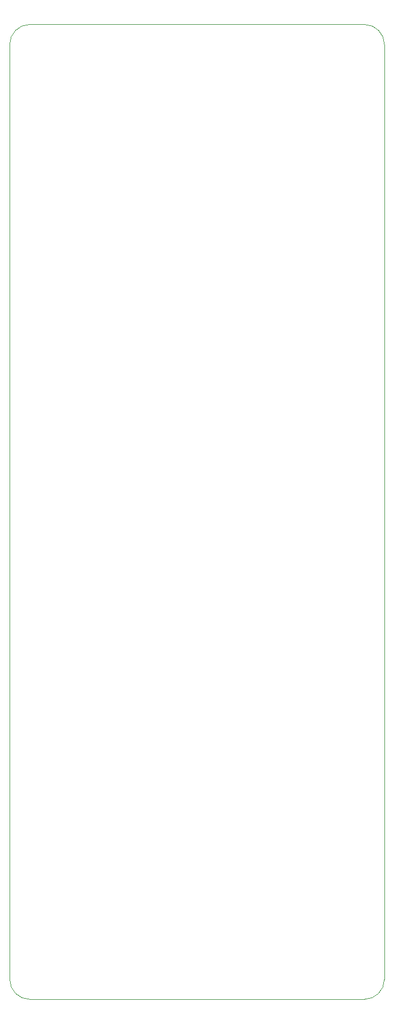
<source format=gbr>
%TF.GenerationSoftware,KiCad,Pcbnew,9.0.0*%
%TF.CreationDate,2025-03-07T03:21:26-05:00*%
%TF.ProjectId,Radio,52616469-6f2e-46b6-9963-61645f706362,1*%
%TF.SameCoordinates,Original*%
%TF.FileFunction,Profile,NP*%
%FSLAX46Y46*%
G04 Gerber Fmt 4.6, Leading zero omitted, Abs format (unit mm)*
G04 Created by KiCad (PCBNEW 9.0.0) date 2025-03-07 03:21:26*
%MOMM*%
%LPD*%
G01*
G04 APERTURE LIST*
%TA.AperFunction,Profile*%
%ADD10C,0.100000*%
%TD*%
G04 APERTURE END LIST*
D10*
X104523800Y-165836600D02*
G75*
G02*
X101523800Y-162836600I0J3000000D01*
G01*
X157886400Y-162836600D02*
G75*
G02*
X154886400Y-165836600I-3000000J0D01*
G01*
X101523800Y-22227800D02*
G75*
G02*
X104523800Y-19227800I3000000J0D01*
G01*
X154886400Y-19227800D02*
G75*
G02*
X157886400Y-22227800I0J-3000000D01*
G01*
X101523800Y-162836600D02*
X101523800Y-22227800D01*
X154886400Y-165836600D02*
X104523800Y-165836600D01*
X157886400Y-22227800D02*
X157886400Y-162836600D01*
X104523800Y-19227800D02*
X154886400Y-19227800D01*
M02*

</source>
